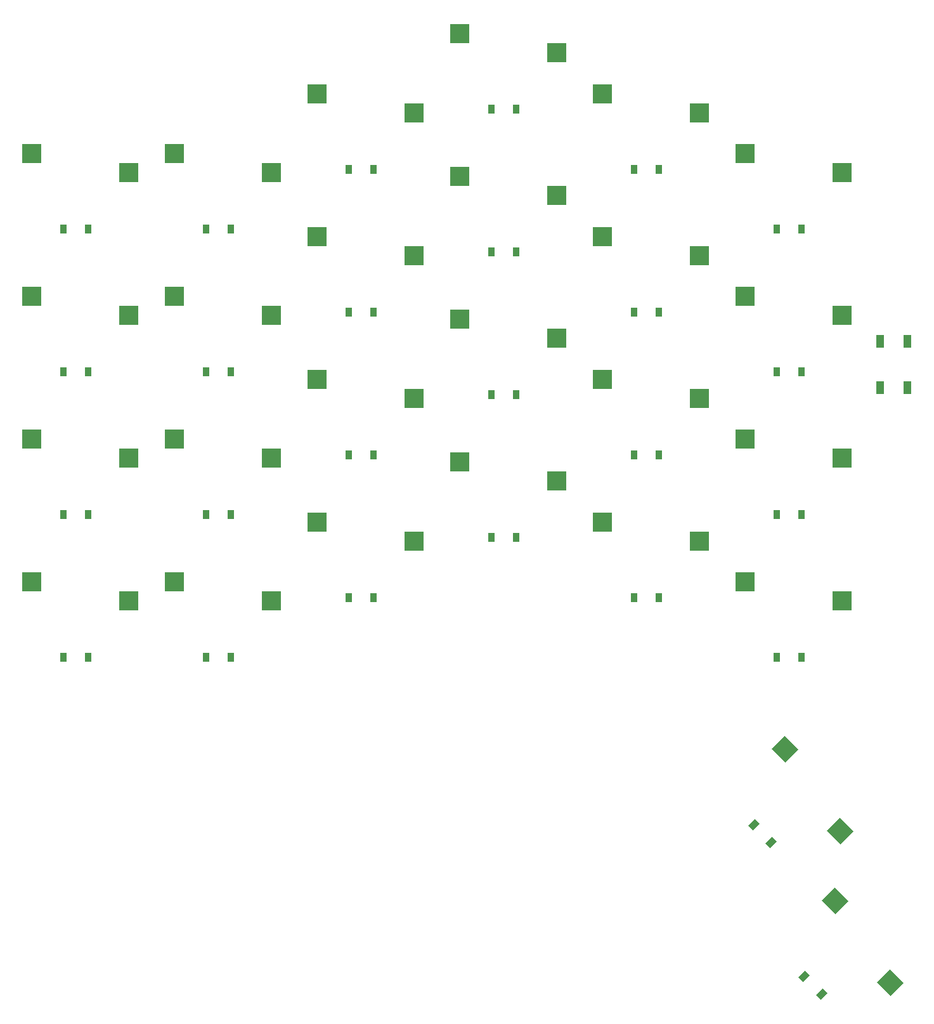
<source format=gbr>
%TF.GenerationSoftware,KiCad,Pcbnew,9.0.3-1.fc42*%
%TF.CreationDate,2025-07-31T15:34:24-03:00*%
%TF.ProjectId,main_pcb,6d61696e-5f70-4636-922e-6b696361645f,v1.0.0*%
%TF.SameCoordinates,Original*%
%TF.FileFunction,Paste,Top*%
%TF.FilePolarity,Positive*%
%FSLAX46Y46*%
G04 Gerber Fmt 4.6, Leading zero omitted, Abs format (unit mm)*
G04 Created by KiCad (PCBNEW 9.0.3-1.fc42) date 2025-07-31 15:34:24*
%MOMM*%
%LPD*%
G01*
G04 APERTURE LIST*
G04 Aperture macros list*
%AMRotRect*
0 Rectangle, with rotation*
0 The origin of the aperture is its center*
0 $1 length*
0 $2 width*
0 $3 Rotation angle, in degrees counterclockwise*
0 Add horizontal line*
21,1,$1,$2,0,0,$3*%
G04 Aperture macros list end*
%ADD10R,1.100000X1.800000*%
%ADD11R,0.900000X1.200000*%
%ADD12RotRect,2.550000X2.500000X315.000000*%
%ADD13R,2.550000X2.500000*%
%ADD14RotRect,0.900000X1.200000X315.000000*%
G04 APERTURE END LIST*
D10*
%TO.C,B1*%
X257400000Y-119000000D03*
X257400000Y-112800000D03*
X261100000Y-119000000D03*
X261100000Y-112800000D03*
%TD*%
D11*
%TO.C,D9*%
X186450000Y-147000000D03*
X189750000Y-147000000D03*
%TD*%
%TO.C,D4*%
X148350000Y-97850000D03*
X151650000Y-97850000D03*
%TD*%
%TO.C,D24*%
X243600000Y-97850000D03*
X246900000Y-97850000D03*
%TD*%
%TO.C,D18*%
X224550000Y-127950000D03*
X227850000Y-127950000D03*
%TD*%
%TO.C,D13*%
X205500000Y-139000000D03*
X208800000Y-139000000D03*
%TD*%
D12*
%TO.C,S26*%
X258791103Y-198419400D03*
X251446385Y-187482580D03*
%TD*%
D13*
%TO.C,S22*%
X252335000Y-128410000D03*
X239408000Y-125870000D03*
%TD*%
%TO.C,S12*%
X195185000Y-82310000D03*
X182258000Y-79770000D03*
%TD*%
%TO.C,S11*%
X195185000Y-101360000D03*
X182258000Y-98820000D03*
%TD*%
%TO.C,S9*%
X195185000Y-139460000D03*
X182258000Y-136920000D03*
%TD*%
D11*
%TO.C,D22*%
X243600000Y-135950000D03*
X246900000Y-135950000D03*
%TD*%
%TO.C,D5*%
X167400000Y-155000000D03*
X170700000Y-155000000D03*
%TD*%
D13*
%TO.C,S4*%
X157085000Y-90310000D03*
X144158000Y-87770000D03*
%TD*%
%TO.C,S20*%
X233285000Y-82310000D03*
X220358000Y-79770000D03*
%TD*%
%TO.C,S15*%
X214235000Y-93360000D03*
X201308000Y-90820000D03*
%TD*%
D14*
%TO.C,D25*%
X240547774Y-177368774D03*
X242881226Y-179702226D03*
%TD*%
D11*
%TO.C,D11*%
X186450000Y-108900000D03*
X189750000Y-108900000D03*
%TD*%
%TO.C,D1*%
X148350000Y-155000000D03*
X151650000Y-155000000D03*
%TD*%
%TO.C,D20*%
X224550000Y-89850000D03*
X227850000Y-89850000D03*
%TD*%
D13*
%TO.C,S5*%
X176135000Y-147460000D03*
X163208000Y-144920000D03*
%TD*%
D11*
%TO.C,D19*%
X224550000Y-108900000D03*
X227850000Y-108900000D03*
%TD*%
%TO.C,D14*%
X205500000Y-119950000D03*
X208800000Y-119950000D03*
%TD*%
D13*
%TO.C,S8*%
X176135000Y-90310000D03*
X163208000Y-87770000D03*
%TD*%
%TO.C,S10*%
X195185000Y-120410000D03*
X182258000Y-117870000D03*
%TD*%
D11*
%TO.C,D17*%
X224550000Y-147000000D03*
X227850000Y-147000000D03*
%TD*%
%TO.C,D7*%
X167400000Y-116900000D03*
X170700000Y-116900000D03*
%TD*%
%TO.C,D12*%
X186450000Y-89850000D03*
X189750000Y-89850000D03*
%TD*%
D14*
%TO.C,D26*%
X247282974Y-197574374D03*
X249616426Y-199907826D03*
%TD*%
D13*
%TO.C,S19*%
X233285000Y-101360000D03*
X220358000Y-98820000D03*
%TD*%
D11*
%TO.C,D16*%
X205500000Y-81850000D03*
X208800000Y-81850000D03*
%TD*%
D13*
%TO.C,S1*%
X157085000Y-147460000D03*
X144158000Y-144920000D03*
%TD*%
%TO.C,S6*%
X176135000Y-128410000D03*
X163208000Y-125870000D03*
%TD*%
%TO.C,S7*%
X176135000Y-109360000D03*
X163208000Y-106820000D03*
%TD*%
D11*
%TO.C,D10*%
X186450000Y-127950000D03*
X189750000Y-127950000D03*
%TD*%
D13*
%TO.C,S16*%
X214235000Y-74310000D03*
X201308000Y-71770000D03*
%TD*%
%TO.C,S17*%
X233285000Y-139460000D03*
X220358000Y-136920000D03*
%TD*%
%TO.C,S13*%
X214235000Y-131460000D03*
X201308000Y-128920000D03*
%TD*%
%TO.C,S18*%
X233285000Y-120410000D03*
X220358000Y-117870000D03*
%TD*%
D11*
%TO.C,D6*%
X167400000Y-135950000D03*
X170700000Y-135950000D03*
%TD*%
D13*
%TO.C,S21*%
X252335000Y-147460000D03*
X239408000Y-144920000D03*
%TD*%
D11*
%TO.C,D3*%
X148350000Y-116900000D03*
X151650000Y-116900000D03*
%TD*%
%TO.C,D2*%
X148350000Y-135950000D03*
X151650000Y-135950000D03*
%TD*%
%TO.C,D21*%
X243600000Y-155000000D03*
X246900000Y-155000000D03*
%TD*%
D12*
%TO.C,S25*%
X252055903Y-178213800D03*
X244711185Y-167276980D03*
%TD*%
D11*
%TO.C,D23*%
X243600000Y-116900000D03*
X246900000Y-116900000D03*
%TD*%
D13*
%TO.C,S23*%
X252335000Y-109360000D03*
X239408000Y-106820000D03*
%TD*%
%TO.C,S3*%
X157085000Y-109360000D03*
X144158000Y-106820000D03*
%TD*%
%TO.C,S14*%
X214235000Y-112410000D03*
X201308000Y-109870000D03*
%TD*%
%TO.C,S2*%
X157085000Y-128410000D03*
X144158000Y-125870000D03*
%TD*%
D11*
%TO.C,D8*%
X167400000Y-97850000D03*
X170700000Y-97850000D03*
%TD*%
%TO.C,D15*%
X205500000Y-100900000D03*
X208800000Y-100900000D03*
%TD*%
D13*
%TO.C,S24*%
X252335000Y-90310000D03*
X239408000Y-87770000D03*
%TD*%
M02*

</source>
